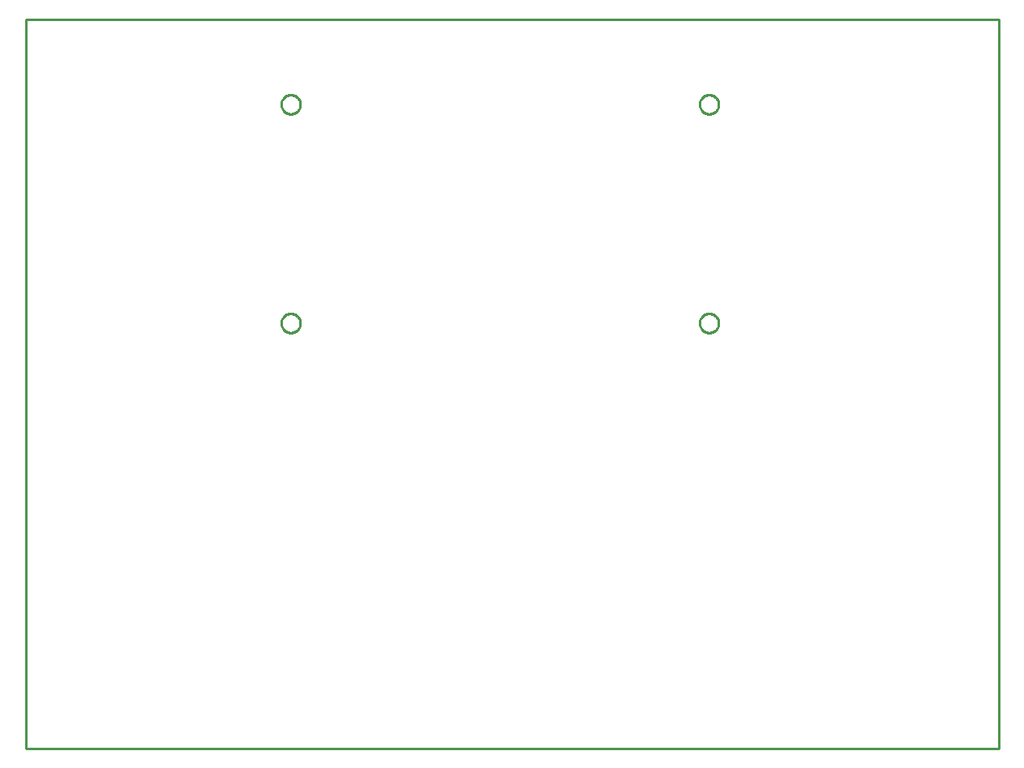
<source format=gbr>
G04 EAGLE Gerber RS-274X export*
G75*
%MOMM*%
%FSLAX34Y34*%
%LPD*%
%IN*%
%IPPOS*%
%AMOC8*
5,1,8,0,0,1.08239X$1,22.5*%
G01*
%ADD10C,0.254000*%


D10*
X0Y0D02*
X1016000Y0D01*
X1016000Y762000D01*
X0Y762000D01*
X0Y0D01*
X286860Y444063D02*
X286784Y443194D01*
X286632Y442334D01*
X286406Y441490D01*
X286108Y440670D01*
X285739Y439878D01*
X285302Y439122D01*
X284801Y438407D01*
X284240Y437738D01*
X283622Y437120D01*
X282953Y436559D01*
X282238Y436058D01*
X281482Y435621D01*
X280690Y435252D01*
X279870Y434954D01*
X279026Y434728D01*
X278167Y434576D01*
X277297Y434500D01*
X276423Y434500D01*
X275554Y434576D01*
X274694Y434728D01*
X273850Y434954D01*
X273030Y435252D01*
X272238Y435621D01*
X271482Y436058D01*
X270767Y436559D01*
X270098Y437120D01*
X269480Y437738D01*
X268919Y438407D01*
X268418Y439122D01*
X267981Y439878D01*
X267612Y440670D01*
X267314Y441490D01*
X267088Y442334D01*
X266936Y443194D01*
X266860Y444063D01*
X266860Y444937D01*
X266936Y445807D01*
X267088Y446666D01*
X267314Y447510D01*
X267612Y448330D01*
X267981Y449122D01*
X268418Y449878D01*
X268919Y450593D01*
X269480Y451262D01*
X270098Y451880D01*
X270767Y452441D01*
X271482Y452942D01*
X272238Y453379D01*
X273030Y453748D01*
X273850Y454046D01*
X274694Y454272D01*
X275554Y454424D01*
X276423Y454500D01*
X277297Y454500D01*
X278167Y454424D01*
X279026Y454272D01*
X279870Y454046D01*
X280690Y453748D01*
X281482Y453379D01*
X282238Y452942D01*
X282953Y452441D01*
X283622Y451880D01*
X284240Y451262D01*
X284801Y450593D01*
X285302Y449878D01*
X285739Y449122D01*
X286108Y448330D01*
X286406Y447510D01*
X286632Y446666D01*
X286784Y445807D01*
X286860Y444937D01*
X286860Y444063D01*
X723740Y444063D02*
X723664Y443194D01*
X723512Y442334D01*
X723286Y441490D01*
X722988Y440670D01*
X722619Y439878D01*
X722182Y439122D01*
X721681Y438407D01*
X721120Y437738D01*
X720502Y437120D01*
X719833Y436559D01*
X719118Y436058D01*
X718362Y435621D01*
X717570Y435252D01*
X716750Y434954D01*
X715906Y434728D01*
X715047Y434576D01*
X714177Y434500D01*
X713303Y434500D01*
X712434Y434576D01*
X711574Y434728D01*
X710730Y434954D01*
X709910Y435252D01*
X709118Y435621D01*
X708362Y436058D01*
X707647Y436559D01*
X706978Y437120D01*
X706360Y437738D01*
X705799Y438407D01*
X705298Y439122D01*
X704861Y439878D01*
X704492Y440670D01*
X704194Y441490D01*
X703968Y442334D01*
X703816Y443194D01*
X703740Y444063D01*
X703740Y444937D01*
X703816Y445807D01*
X703968Y446666D01*
X704194Y447510D01*
X704492Y448330D01*
X704861Y449122D01*
X705298Y449878D01*
X705799Y450593D01*
X706360Y451262D01*
X706978Y451880D01*
X707647Y452441D01*
X708362Y452942D01*
X709118Y453379D01*
X709910Y453748D01*
X710730Y454046D01*
X711574Y454272D01*
X712434Y454424D01*
X713303Y454500D01*
X714177Y454500D01*
X715047Y454424D01*
X715906Y454272D01*
X716750Y454046D01*
X717570Y453748D01*
X718362Y453379D01*
X719118Y452942D01*
X719833Y452441D01*
X720502Y451880D01*
X721120Y451262D01*
X721681Y450593D01*
X722182Y449878D01*
X722619Y449122D01*
X722988Y448330D01*
X723286Y447510D01*
X723512Y446666D01*
X723664Y445807D01*
X723740Y444937D01*
X723740Y444063D01*
X286860Y672663D02*
X286784Y671794D01*
X286632Y670934D01*
X286406Y670090D01*
X286108Y669270D01*
X285739Y668478D01*
X285302Y667722D01*
X284801Y667007D01*
X284240Y666338D01*
X283622Y665720D01*
X282953Y665159D01*
X282238Y664658D01*
X281482Y664221D01*
X280690Y663852D01*
X279870Y663554D01*
X279026Y663328D01*
X278167Y663176D01*
X277297Y663100D01*
X276423Y663100D01*
X275554Y663176D01*
X274694Y663328D01*
X273850Y663554D01*
X273030Y663852D01*
X272238Y664221D01*
X271482Y664658D01*
X270767Y665159D01*
X270098Y665720D01*
X269480Y666338D01*
X268919Y667007D01*
X268418Y667722D01*
X267981Y668478D01*
X267612Y669270D01*
X267314Y670090D01*
X267088Y670934D01*
X266936Y671794D01*
X266860Y672663D01*
X266860Y673537D01*
X266936Y674407D01*
X267088Y675266D01*
X267314Y676110D01*
X267612Y676930D01*
X267981Y677722D01*
X268418Y678478D01*
X268919Y679193D01*
X269480Y679862D01*
X270098Y680480D01*
X270767Y681041D01*
X271482Y681542D01*
X272238Y681979D01*
X273030Y682348D01*
X273850Y682646D01*
X274694Y682872D01*
X275554Y683024D01*
X276423Y683100D01*
X277297Y683100D01*
X278167Y683024D01*
X279026Y682872D01*
X279870Y682646D01*
X280690Y682348D01*
X281482Y681979D01*
X282238Y681542D01*
X282953Y681041D01*
X283622Y680480D01*
X284240Y679862D01*
X284801Y679193D01*
X285302Y678478D01*
X285739Y677722D01*
X286108Y676930D01*
X286406Y676110D01*
X286632Y675266D01*
X286784Y674407D01*
X286860Y673537D01*
X286860Y672663D01*
X723740Y672663D02*
X723664Y671794D01*
X723512Y670934D01*
X723286Y670090D01*
X722988Y669270D01*
X722619Y668478D01*
X722182Y667722D01*
X721681Y667007D01*
X721120Y666338D01*
X720502Y665720D01*
X719833Y665159D01*
X719118Y664658D01*
X718362Y664221D01*
X717570Y663852D01*
X716750Y663554D01*
X715906Y663328D01*
X715047Y663176D01*
X714177Y663100D01*
X713303Y663100D01*
X712434Y663176D01*
X711574Y663328D01*
X710730Y663554D01*
X709910Y663852D01*
X709118Y664221D01*
X708362Y664658D01*
X707647Y665159D01*
X706978Y665720D01*
X706360Y666338D01*
X705799Y667007D01*
X705298Y667722D01*
X704861Y668478D01*
X704492Y669270D01*
X704194Y670090D01*
X703968Y670934D01*
X703816Y671794D01*
X703740Y672663D01*
X703740Y673537D01*
X703816Y674407D01*
X703968Y675266D01*
X704194Y676110D01*
X704492Y676930D01*
X704861Y677722D01*
X705298Y678478D01*
X705799Y679193D01*
X706360Y679862D01*
X706978Y680480D01*
X707647Y681041D01*
X708362Y681542D01*
X709118Y681979D01*
X709910Y682348D01*
X710730Y682646D01*
X711574Y682872D01*
X712434Y683024D01*
X713303Y683100D01*
X714177Y683100D01*
X715047Y683024D01*
X715906Y682872D01*
X716750Y682646D01*
X717570Y682348D01*
X718362Y681979D01*
X719118Y681542D01*
X719833Y681041D01*
X720502Y680480D01*
X721120Y679862D01*
X721681Y679193D01*
X722182Y678478D01*
X722619Y677722D01*
X722988Y676930D01*
X723286Y676110D01*
X723512Y675266D01*
X723664Y674407D01*
X723740Y673537D01*
X723740Y672663D01*
M02*

</source>
